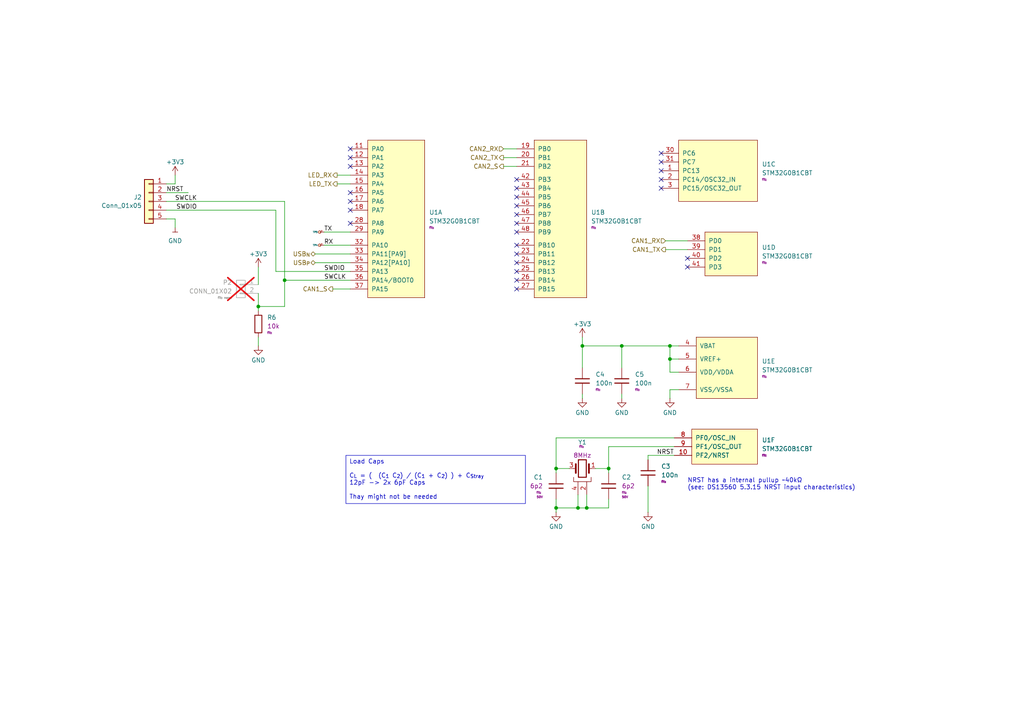
<source format=kicad_sch>
(kicad_sch (version 20250114) (generator "eeschema") (generator_version "9.0")
  (paper "A4")
  (title_block (title "MCU") (date "2023-06-16") (rev "R${release}") (company "${company}") (comment 1 "${release_state}") (comment 2 "${prefix}-S${type_number}-R${release}-V${sch_variant}-C${sch_ci}") (comment 3 "hardware/${prefix}-S${type_number}_${short_desciption}"))
  (lib_symbols
    (symbol "Cap_5Percent_E24_0603_C0G_50V_-40C-125C:6p2_0603_C0G_5%_50V_-40C..125C_Chip-Capacitor" (pin_numbers (hide yes)) (pin_names (offset 0.254))
      (property "Reference" "C" (at 0.635 2.54 0))
      (property "DisplayValue" "6p2" (at 0.635 -2.54 0))
      (property "Fit" "fit: " (at 7.62 -3.81 0))
      (property "CapRatedVoltage" "50V" (at 0 0 0))
      (symbol "6p2_0603_C0G_5%_50V_-40C..125C_Chip-Capacitor_0_1"
        (polyline (pts (xy -2.032 0.635) (xy 2.032 0.635)) (stroke (width 0.3048)))
        (polyline (pts (xy -2.032 -0.635) (xy 2.032 -0.635)) (stroke (width 0.3048)))
      )
      (symbol "6p2_0603_C0G_5%_50V_-40C..125C_Chip-Capacitor_1_1"
        (pin passive line (at 0 3.81 270) (length 3.2004) (name "~") (number "1"))
        (pin passive line (at 0 -3.81 90) (length 2.9972) (name "~") (number "2"))
      )
    )
    (symbol "Connector_Generic:Conn_01x05" (pin_names (offset 1.016) (hide yes))
      (property "Reference" "J" (at 0 7.62 0))
      (property "Value" "Conn_01x05" (at 0 -7.62 0))
      (symbol "Conn_01x05_1_1"
        (rectangle (start -1.27 6.35) (end 1.27 -6.35) (stroke (width 0.254)) (fill (type background)))
        (rectangle (start -1.27 5.207) (end 0 4.953) (stroke (width 0.1524)))
        (rectangle (start -1.27 2.667) (end 0 2.413) (stroke (width 0.1524)))
        (rectangle (start -1.27 0.127) (end 0 -0.127) (stroke (width 0.1524)))
        (rectangle (start -1.27 -2.413) (end 0 -2.667) (stroke (width 0.1524)))
        (rectangle (start -1.27 -4.953) (end 0 -5.207) (stroke (width 0.1524)))
        (pin passive line (at -5.08 5.08 0) (length 3.81) (name "Pin_1") (number "1"))
        (pin passive line (at -5.08 2.54 0) (length 3.81) (name "Pin_2") (number "2"))
        (pin passive line (at -5.08 0 0) (length 3.81) (name "Pin_3") (number "3"))
        (pin passive line (at -5.08 -2.54 0) (length 3.81) (name "Pin_4") (number "4"))
        (pin passive line (at -5.08 -5.08 0) (length 3.81) (name "Pin_5") (number "5"))
      )
    )
    (symbol "Res_1Percent_E24_0603_100mW_-40C-90C:10k_0603_100mW_1%_E24_Chip-Resistor" (pin_numbers (hide yes)) (pin_names (offset 0))
      (property "Reference" "R" (at 2.032 0 90))
      (property "DisplayValue" "10k" (at -0.0254 -0.0508 90))
      (property "Fit" "fit: " (at 7.62 -3.81 0))
      (symbol "10k_0603_100mW_1%_E24_Chip-Resistor_0_1"
        (rectangle (start -1.016 -2.54) (end 1.016 2.54) (stroke (width 0.254)))
      )
      (symbol "10k_0603_100mW_1%_E24_Chip-Resistor_1_1"
        (pin passive line (at 0 3.81 270) (length 1.27) (name "~") (number "1"))
        (pin passive line (at 0 -3.81 90) (length 1.27) (name "~") (number "2"))
      )
    )
    (symbol "ST:STM32G0B1CBT" (pin_names (offset 1.016))
      (property "Reference" "U" (at 3.81 10.16 0))
      (property "Value" "STM32G0B1CBT" (at 0 -25.4 0))
      (property "Fit" "fit: " (at 6.35 10.16 0))
      (symbol "STM32G0B1CBT_1_1"
        (rectangle (start -8.89 24.13) (end 7.62 -21.59) (fill (type background)))
        (pin bidirectional line (at -13.97 21.59 0) (length 5.08) (name "PA0") (number "11"))
        (pin bidirectional line (at -13.97 19.05 0) (length 5.08) (name "PA1") (number "12"))
        (pin bidirectional line (at -13.97 16.51 0) (length 5.08) (name "PA2") (number "13"))
        (pin bidirectional line (at -13.97 13.97 0) (length 5.08) (name "PA3") (number "14"))
        (pin bidirectional line (at -13.97 11.43 0) (length 5.08) (name "PA4") (number "15"))
        (pin bidirectional line (at -13.97 8.89 0) (length 5.08) (name "PA5") (number "16"))
        (pin bidirectional line (at -13.97 6.35 0) (length 5.08) (name "PA6") (number "17"))
        (pin bidirectional line (at -13.97 3.81 0) (length 5.08) (name "PA7") (number "18"))
        (pin bidirectional line (at -13.97 0 0) (length 5.08) (name "PA8") (number "28"))
        (pin bidirectional line (at -13.97 -2.54 0) (length 5.08) (name "PA9") (number "29"))
        (pin bidirectional line (at -13.97 -6.35 0) (length 5.08) (name "PA10") (number "32"))
        (pin bidirectional line (at -13.97 -8.89 0) (length 5.08) (name "PA11[PA9]") (number "33"))
        (pin bidirectional line (at -13.97 -11.43 0) (length 5.08) (name "PA12[PA10]") (number "34"))
        (pin bidirectional line (at -13.97 -13.97 0) (length 5.08) (name "PA13") (number "35"))
        (pin bidirectional line (at -13.97 -16.51 0) (length 5.08) (name "PA14/BOOT0") (number "36"))
        (pin bidirectional line (at -13.97 -19.05 0) (length 5.08) (name "PA15") (number "37"))
      )
      (symbol "STM32G0B1CBT_2_1"
        (rectangle (start -7.62 22.86) (end 7.62 -22.86) (fill (type background)))
        (pin bidirectional line (at -12.7 20.32 0) (length 5.08) (name "PB0") (number "19"))
        (pin bidirectional line (at -12.7 17.78 0) (length 5.08) (name "PB1") (number "20"))
        (pin bidirectional line (at -12.7 15.24 0) (length 5.08) (name "PB2") (number "21"))
        (pin bidirectional line (at -12.7 11.43 0) (length 5.08) (name "PB3") (number "42"))
        (pin bidirectional line (at -12.7 8.89 0) (length 5.08) (name "PB4") (number "43"))
        (pin bidirectional line (at -12.7 6.35 0) (length 5.08) (name "PB5") (number "44"))
        (pin bidirectional line (at -12.7 3.81 0) (length 5.08) (name "PB6") (number "45"))
        (pin bidirectional line (at -12.7 1.27 0) (length 5.08) (name "PB7") (number "46"))
        (pin bidirectional line (at -12.7 -1.27 0) (length 5.08) (name "PB8") (number "47"))
        (pin bidirectional line (at -12.7 -3.81 0) (length 5.08) (name "PB9") (number "48"))
        (pin bidirectional line (at -12.7 -7.62 0) (length 5.08) (name "PB10") (number "22"))
        (pin bidirectional line (at -12.7 -10.16 0) (length 5.08) (name "PB11") (number "23"))
        (pin bidirectional line (at -12.7 -12.7 0) (length 5.08) (name "PB12") (number "24"))
        (pin bidirectional line (at -12.7 -15.24 0) (length 5.08) (name "PB13") (number "25"))
        (pin bidirectional line (at -12.7 -17.78 0) (length 5.08) (name "PB14") (number "26"))
        (pin bidirectional line (at -12.7 -20.32 0) (length 5.08) (name "PB15") (number "27"))
      )
      (symbol "STM32G0B1CBT_3_1"
        (rectangle (start -11.43 8.89) (end 11.43 -8.89) (fill (type background)))
        (pin bidirectional line (at -16.51 5.08 0) (length 5.08) (name "PC6") (number "30"))
        (pin bidirectional line (at -16.51 2.54 0) (length 5.08) (name "PC7") (number "31"))
        (pin bidirectional line (at -16.51 0 0) (length 5.08) (name "PC13") (number "1"))
        (pin bidirectional line (at -16.51 -2.54 0) (length 5.08) (name "PC14/OSC32_IN") (number "2"))
        (pin bidirectional line (at -16.51 -5.08 0) (length 5.08) (name "PC15/OSC32_OUT") (number "3"))
      )
      (symbol "STM32G0B1CBT_4_1"
        (rectangle (start -7.62 6.35) (end 7.62 -6.35) (fill (type background)))
        (pin bidirectional line (at -12.7 3.81 0) (length 5.08) (name "PD0") (number "38"))
        (pin bidirectional line (at -12.7 1.27 0) (length 5.08) (name "PD1") (number "39"))
        (pin bidirectional line (at -12.7 -1.27 0) (length 5.08) (name "PD2") (number "40"))
        (pin bidirectional line (at -12.7 -3.81 0) (length 5.08) (name "PD3") (number "41"))
      )
      (symbol "STM32G0B1CBT_5_1"
        (rectangle (start -8.89 8.89) (end 8.89 -8.89) (fill (type background)))
        (pin power_in line (at -13.97 6.35 0) (length 5.08) (name "VBAT") (number "4"))
        (pin power_in line (at -13.97 2.54 0) (length 5.08) (name "VREF+") (number "5"))
        (pin power_in line (at -13.97 -1.27 0) (length 5.08) (name "VDD/VDDA") (number "6"))
        (pin power_in line (at -13.97 -6.35 0) (length 5.08) (name "VSS/VSSA") (number "7"))
      )
      (symbol "STM32G0B1CBT_6_1"
        (rectangle (start -10.16 5.08) (end 8.89 -5.08) (fill (type background)))
        (pin bidirectional line (at -15.24 2.54 0) (length 5.08) (name "PF0/OSC_IN") (number "8"))
        (pin bidirectional line (at -15.24 0 0) (length 5.08) (name "PF1/OSC_OUT") (number "9"))
        (pin bidirectional line (at -15.24 -2.54 0) (length 5.08) (name "PF2/NRST") (number "10"))
      )
    )
    (symbol "generic-connectors:CONN_01X02" (pin_names (offset 1.016) (hide yes))
      (property "Reference" "P" (at 0 5.08 0))
      (property "Value" "CONN_01X02" (at 2.54 0 90))
      (property "Fit" "fit: " (at 7.62 -3.81 0))
      (symbol "CONN_01X02_0_1"
        (rectangle (start -1.27 3.81) (end 1.27 -1.27))
        (rectangle (start -1.27 2.667) (end 0.254 2.413))
        (rectangle (start -1.27 0.127) (end 0.254 -0.127))
      )
      (symbol "CONN_01X02_1_1"
        (pin passive line (at -5.08 2.54 0) (length 3.81) (name "P1") (number "1"))
        (pin passive line (at -5.08 0 0) (length 3.81) (name "P2") (number "2"))
      )
    )
    (symbol "generic-connectors:TP1.0mm" (pin_names (offset 1.016))
      (property "Reference" "TP" (at 1.27 2.54 0))
      (symbol "TP1.0mm_0_1"
        (circle (center 1.27 0) (radius 0.381) (fill (type background)))
      )
      (symbol "TP1.0mm_1_1"
        (pin passive line (at 0 0 0) (length 1.27) (name "~") (number "1"))
      )
    )
    (symbol "multicomp:100n" (pin_numbers (hide yes)) (pin_names (offset 0.254))
      (property "Reference" "C" (at 0.635 2.54 0))
      (property "Value" "100n" (at 0.635 -2.54 0))
      (property "Fit" "fit: " (at 7.62 -3.81 0))
      (symbol "100n_0_1"
        (polyline (pts (xy -2.032 0.635) (xy 2.032 0.635)) (stroke (width 0.3048)))
        (polyline (pts (xy -2.032 -0.635) (xy 2.032 -0.635)) (stroke (width 0.3048)))
      )
      (symbol "100n_1_1"
        (pin passive line (at 0 3.81 270) (length 3.2004) (name "~") (number "1"))
        (pin passive line (at 0 -3.81 90) (length 2.9972) (name "~") (number "2"))
      )
    )
    (symbol "power:GND" (power) (pin_numbers (hide yes)) (pin_names (offset 0) (hide yes))
      (property "Value" "GND" (at 0 -3.81 0))
      (symbol "GND_0_1"
        (polyline (pts (xy 0 0) (xy 0 -1.27) (xy 1.27 -1.27) (xy 0 -2.54) (xy -1.27 -1.27) (xy 0 -1.27)))
      )
      (symbol "GND_1_1"
        (pin power_in line (at 0 0 270) (length 0) (name "~") (number "1"))
      )
    )
    (symbol "powerport:+3V3" (power) (pin_names (offset 0))
      (property "Value" "+3V3" (at 0 3.556 0))
      (symbol "+3V3_0_1"
        (polyline (pts (xy -0.762 1.27) (xy 0 2.54)))
        (polyline (pts (xy 0 2.54) (xy 0.762 1.27)))
        (polyline (pts (xy 0 0) (xy 0 2.54)))
      )
      (symbol "+3V3_1_1"
        (pin power_in line (at 0 0 90) (length 0) (hide yes) (name "+3V3") (number "1"))
      )
    )
    (symbol "powerport:GND" (power) (pin_names (offset 0))
      (property "Value" "GND" (at 0 -2.54 0))
      (symbol "GND_0_1"
        (polyline (pts (xy -0.762 -1.27) (xy 0.762 -1.27)))
        (polyline (pts (xy 0 0) (xy 0 -1.27)))
      )
      (symbol "GND_1_1"
        (pin power_in line (at 0 0 270) (length 0) (hide yes) (name "GND") (number "1"))
      )
    )
    (symbol "wuerth:830108313809" (pin_names (offset 1.016) (hide yes))
      (property "Reference" "Y" (at 1.27 3.81 0))
      (property "Fit" "fit: " (at 7.62 -3.81 0))
      (property "DisplayName" "8MHz" (at 0 0 0))
      (symbol "830108313809_0_1"
        (polyline (pts (xy -2.54 2.54) (xy -3.81 2.54) (xy -3.81 -2.54) (xy -2.54 -2.54)))
        (rectangle (start -2.54 -1.143) (end 2.54 1.143) (stroke (width 0.3048)))
        (polyline (pts (xy 0 2.54) (xy 0 1.905)))
        (polyline (pts (xy 0 -2.54) (xy 0 -1.905)))
        (polyline (pts (xy 1.27 1.905) (xy -1.27 1.905)) (stroke (width 0.508)))
        (polyline (pts (xy 1.27 -1.905) (xy -1.27 -1.905)) (stroke (width 0.508)))
      )
      (symbol "830108313809_1_1"
        (pin passive line (at -7.62 1.27 0) (length 3.81) (name "GND") (number "2"))
        (pin passive line (at -7.62 -1.27 0) (length 3.81) (name "GND") (number "4"))
        (pin passive line (at 0 3.81 270) (length 1.27) (name "C_{1}") (number "1"))
        (pin passive line (at 0 -3.81 90) (length 1.27) (name "C_{2}") (number "3"))
      )
    )
  )
  (text "NRST has a internal pullup ~40kΩ\n(see: DS13560 5.3.15 NRST input characteristics)" (at 199.39 142.24 0) (effects (font (size 1.27 1.27)) (justify left bottom)))
  (text_box "Load Caps\n\nC_{L} = (  (C_{1} C_{2}) / (C_{1} + C_{2}) ) + C_{Stray}\n12pF -> 2x 6pF Caps\n\nThay might not be needed" (at 100.33 132.08 0) (size 52.07 13.97) (margins 0.9525 0.9525 0.9525 0.9525) (effects (font (size 1.27 1.27)) (justify left top)))
  (junction (at 168.91 100.33))
  (junction (at 176.53 135.89))
  (junction (at 161.29 135.89))
  (junction (at 170.18 147.32))
  (junction (at 161.29 147.32))
  (junction (at 74.93 88.9))
  (junction (at 194.31 100.33))
  (junction (at 167.64 147.32))
  (junction (at 180.34 100.33))
  (junction (at 82.55 81.28))
  (junction (at 194.31 104.14))
  (no_connect (at 149.86 78.74))
  (no_connect (at 149.86 67.31))
  (no_connect (at 149.86 62.23))
  (no_connect (at 199.39 77.47))
  (no_connect (at 149.86 54.61))
  (no_connect (at 191.77 44.45))
  (no_connect (at 191.77 49.53))
  (no_connect (at 149.86 73.66))
  (no_connect (at 101.6 55.88))
  (no_connect (at 101.6 64.77))
  (no_connect (at 149.86 83.82))
  (no_connect (at 101.6 58.42))
  (no_connect (at 149.86 76.2))
  (no_connect (at 149.86 81.28))
  (no_connect (at 101.6 60.96))
  (no_connect (at 149.86 64.77))
  (no_connect (at 149.86 57.15))
  (no_connect (at 101.6 43.18))
  (no_connect (at 149.86 59.69))
  (no_connect (at 149.86 52.07))
  (no_connect (at 199.39 74.93))
  (no_connect (at 101.6 48.26))
  (no_connect (at 191.77 54.61))
  (no_connect (at 191.77 46.99))
  (no_connect (at 191.77 52.07))
  (no_connect (at 101.6 45.72))
  (no_connect (at 149.86 71.12))
  (wire (pts (xy 50.8 63.5) (xy 50.8 66.04)))
  (wire (pts (xy 168.91 100.33) (xy 168.91 106.68)))
  (wire (pts (xy 91.44 73.66) (xy 101.6 73.66)))
  (wire (pts (xy 194.31 107.95) (xy 194.31 104.14)))
  (wire (pts (xy 93.98 71.12) (xy 101.6 71.12)))
  (wire (pts (xy 168.91 97.79) (xy 168.91 100.33)))
  (wire (pts (xy 48.26 55.88) (xy 54.61 55.88)))
  (wire (pts (xy 96.52 83.82) (xy 101.6 83.82)))
  (wire (pts (xy 180.34 100.33) (xy 180.34 106.68)))
  (wire (pts (xy 82.55 58.42) (xy 82.55 81.28)))
  (wire (pts (xy 161.29 135.89) (xy 161.29 127)))
  (wire (pts (xy 80.01 78.74) (xy 101.6 78.74)))
  (wire (pts (xy 97.79 53.34) (xy 101.6 53.34)))
  (wire (pts (xy 168.91 100.33) (xy 180.34 100.33)))
  (wire (pts (xy 48.26 63.5) (xy 50.8 63.5)))
  (wire (pts (xy 170.18 143.51) (xy 170.18 147.32)))
  (wire (pts (xy 176.53 135.89) (xy 176.53 137.16)))
  (wire (pts (xy 50.8 53.34) (xy 50.8 50.8)))
  (wire (pts (xy 168.91 114.3) (xy 168.91 115.57)))
  (wire (pts (xy 165.1 135.89) (xy 161.29 135.89)))
  (wire (pts (xy 93.98 67.31) (xy 101.6 67.31)))
  (wire (pts (xy 80.01 78.74) (xy 80.01 60.96)))
  (wire (pts (xy 167.64 143.51) (xy 167.64 147.32)))
  (wire (pts (xy 146.05 43.18) (xy 149.86 43.18)))
  (wire (pts (xy 48.26 58.42) (xy 82.55 58.42)))
  (wire (pts (xy 180.34 100.33) (xy 194.31 100.33)))
  (wire (pts (xy 194.31 115.57) (xy 194.31 113.03)))
  (wire (pts (xy 187.96 148.59) (xy 187.96 140.97)))
  (wire (pts (xy 82.55 88.9) (xy 82.55 81.28)))
  (wire (pts (xy 176.53 129.54) (xy 176.53 135.89)))
  (wire (pts (xy 167.64 147.32) (xy 170.18 147.32)))
  (wire (pts (xy 194.31 113.03) (xy 196.85 113.03)))
  (wire (pts (xy 161.29 144.78) (xy 161.29 147.32)))
  (wire (pts (xy 180.34 114.3) (xy 180.34 115.57)))
  (wire (pts (xy 74.93 97.79) (xy 74.93 100.33)))
  (wire (pts (xy 74.93 77.47) (xy 74.93 82.55)))
  (wire (pts (xy 82.55 81.28) (xy 101.6 81.28)))
  (wire (pts (xy 176.53 129.54) (xy 195.58 129.54)))
  (wire (pts (xy 196.85 107.95) (xy 194.31 107.95)))
  (wire (pts (xy 193.04 69.85) (xy 199.39 69.85)))
  (wire (pts (xy 193.04 72.39) (xy 199.39 72.39)))
  (wire (pts (xy 74.93 88.9) (xy 74.93 90.17)))
  (wire (pts (xy 146.05 45.72) (xy 149.86 45.72)))
  (wire (pts (xy 194.31 104.14) (xy 194.31 100.33)))
  (wire (pts (xy 161.29 147.32) (xy 167.64 147.32)))
  (wire (pts (xy 91.44 76.2) (xy 101.6 76.2)))
  (wire (pts (xy 74.93 85.09) (xy 74.93 88.9)))
  (wire (pts (xy 161.29 147.32) (xy 161.29 148.59)))
  (wire (pts (xy 194.31 104.14) (xy 196.85 104.14)))
  (wire (pts (xy 172.72 135.89) (xy 176.53 135.89)))
  (wire (pts (xy 176.53 147.32) (xy 176.53 144.78)))
  (wire (pts (xy 187.96 132.08) (xy 195.58 132.08)))
  (wire (pts (xy 161.29 127) (xy 195.58 127)))
  (wire (pts (xy 187.96 132.08) (xy 187.96 133.35)))
  (wire (pts (xy 48.26 53.34) (xy 50.8 53.34)))
  (wire (pts (xy 48.26 60.96) (xy 80.01 60.96)))
  (wire (pts (xy 170.18 147.32) (xy 176.53 147.32)))
  (wire (pts (xy 161.29 135.89) (xy 161.29 137.16)))
  (wire (pts (xy 74.93 88.9) (xy 82.55 88.9)))
  (wire (pts (xy 97.79 50.8) (xy 101.6 50.8)))
  (wire (pts (xy 194.31 100.33) (xy 196.85 100.33)))
  (wire (pts (xy 146.05 48.26) (xy 149.86 48.26)))
  (label "SWCLK" (at 57.15 58.42 180))
  (label "SWCLK" (at 93.98 81.28 0))
  (label "TX" (at 93.98 67.31 0))
  (label "SWDIO" (at 57.15 60.96 180))
  (label "NRST" (at 48.26 55.88 0))
  (label "SWDIO" (at 93.98 78.74 0))
  (label "NRST" (at 190.5 132.08 0))
  (label "RX" (at 93.98 71.12 0))
  (hierarchical_label "LED_TX" (shape output) (at 97.79 53.34 180))
  (hierarchical_label "USB_{P}" (shape bidirectional) (at 91.44 76.2 180))
  (hierarchical_label "CAN2_TX" (shape output) (at 146.05 45.72 180))
  (hierarchical_label "CAN1_TX" (shape output) (at 193.04 72.39 180))
  (hierarchical_label "CAN2_S" (shape output) (at 146.05 48.26 180))
  (hierarchical_label "LED_RX" (shape output) (at 97.79 50.8 180))
  (hierarchical_label "CAN1_RX" (shape input) (at 193.04 69.85 180))
  (hierarchical_label "USB_{N}" (shape bidirectional) (at 91.44 73.66 180))
  (hierarchical_label "CAN2_RX" (shape input) (at 146.05 43.18 180))
  (hierarchical_label "CAN1_S" (shape output) (at 96.52 83.82 180))
  (symbol (lib_id "ST:STM32G0B1CBT") (at 208.28 49.53 0) (unit 3)
    (property "Reference" "U1" (at 220.98 47.625 0) (effects (justify left)))
    (property "Value" "STM32G0B1CBT" (at 220.98 50.165 0) (effects (justify left)))
    (property "Footprint" "Package_QFP:LQFP-48_7x7mm_P0.5mm" (effects (hide yes)))
    (property "Datasheet" "$PTX_DATASHEETS/datasheets/Microcontroller/STW_stm32g0b1re.pdf" (effects (hide yes)))
    (property "Datasheet2" "$PTX_DATASHEETS/datasheets/Microcontroller/STW_stm32g0b1re_reference_maual.pdf" (effects (hide yes)))
    (property "Manufacturer" "ST" (effects (hide yes)))
    (property "MPN" "STM32G0B1CBT" (effects (hide yes)))
    (property "Fit" "fit: " (at 220.98 52.07 0) (effects (font (size 0.635 0.635)) (justify left)))
    (property "State" "reviewed" (effects (hide yes)))
    (property "Package" "LQFP48" (effects (hide yes)))
  )
  (symbol (lib_id "power:GND") (at 161.29 148.59 0) (unit 1)
    (property "Reference" "#PWR038" (effects (hide yes)))
    (property "Value" "GND" (at 161.29 152.7231 0))
    (property "Description" "Power symbol creates a global label with name \"GND\" , ground" (effects (hide yes)))
  )
  (symbol (lib_id "Cap_5Percent_E24_0603_C0G_50V_-40C-125C:6p2_0603_C0G_5%_50V_-40C..125C_Chip-Capacitor") (at 176.53 140.97 180) (unit 1)
    (property "Reference" "C2" (at 180.34 138.4173 0) (effects (justify right)))
    (property "Value" "6p2_0603_C0G_5%_50V_-40C..125C_Chip-Capacitor" (effects (hide yes)))
    (property "Footprint" "Capacitor_SMD:C_0603_1608Metric" (effects (hide yes)))
    (property "MPN" "any" (effects (hide yes)))
    (property "Manufacturer" "any" (effects (hide yes)))
    (property "DisplayValue" "6p2" (at 180.34 140.9573 0) (effects (justify right)))
    (property "Fit" "fit: " (at 180.34 142.8623 0) (effects (font (size 0.635 0.635)) (justify right)))
    (property "State" "legacy" (effects (hide yes)))
    (property "CapRatedVoltage" "50V" (at 180.34 144.1323 0) (effects (font (size 0.635 0.635)) (justify right)))
    (property "Package" "0603" (effects (hide yes)))
  )
  (symbol (lib_id "generic-connectors:TP1.0mm") (at 93.98 67.31 180) (unit 1)
    (property "Reference" "TP5" (at 91.44 67.31 0) (effects (font (size 0.508 0.508))))
    (property "Value" "TP1.0mm" (effects (hide yes)))
    (property "Footprint" "TestPoint:TestPoint_Loop_D1.80mm_Drill1.0mm_Beaded" (effects (hide yes)))
    (property "Manufacturer" "any" (effects (hide yes)))
    (property "MPN" "any" (effects (hide yes)))
    (property "State" "reviewed" (effects (hide yes)))
    (property "Fit" "fit: " (effects (hide yes)))
    (property "Package" "SMT TP" (effects (hide yes)))
  )
  (symbol (lib_id "ST:STM32G0B1CBT") (at 212.09 73.66 0) (unit 4)
    (property "Reference" "U1" (at 220.98 71.755 0) (effects (justify left)))
    (property "Value" "STM32G0B1CBT" (at 220.98 74.295 0) (effects (justify left)))
    (property "Footprint" "Package_QFP:LQFP-48_7x7mm_P0.5mm" (effects (hide yes)))
    (property "Datasheet" "$PTX_DATASHEETS/datasheets/Microcontroller/STW_stm32g0b1re.pdf" (effects (hide yes)))
    (property "Datasheet2" "$PTX_DATASHEETS/datasheets/Microcontroller/STW_stm32g0b1re_reference_maual.pdf" (effects (hide yes)))
    (property "Manufacturer" "ST" (effects (hide yes)))
    (property "MPN" "STM32G0B1CBT" (effects (hide yes)))
    (property "Fit" "fit: " (at 220.98 76.2 0) (effects (font (size 0.635 0.635)) (justify left)))
    (property "State" "reviewed" (effects (hide yes)))
    (property "Package" "LQFP48" (effects (hide yes)))
  )
  (symbol (lib_id "powerport:GND") (at 50.8 66.04 0) (unit 1)
    (property "Reference" "#PWR029" (effects (hide yes)))
    (property "Value" "GND" (at 50.8 69.85 0))
  )
  (symbol (lib_id "generic-connectors:CONN_01X02") (at 69.85 85.09 0) (mirror y) (unit 1) (dnp yes)
    (property "Reference" "P2" (at 67.31 81.915 0) (effects (justify left)))
    (property "Value" "CONN_01X02" (at 67.31 84.455 0) (effects (justify left)))
    (property "Footprint" "Connector_PinHeader_2.54mm:PinHeader_1x02_P2.54mm_Vertical" (effects (hide yes)))
    (property "Manufacturer" "generic" (effects (hide yes)))
    (property "MPN" "generic" (effects (hide yes)))
    (property "Fit" "fit: none" (at 67.31 86.36 0) (effects (font (size 0.635 0.635)) (justify left)))
    (property "State" "legacy" (effects (hide yes)))
    (property "Package" "THT 2.54mm 1x2-pin" (effects (hide yes)))
  )
  (symbol (lib_id "power:GND") (at 180.34 115.57 0) (unit 1)
    (property "Reference" "#PWR035" (effects (hide yes)))
    (property "Value" "GND" (at 180.34 119.7031 0))
    (property "Description" "Power symbol creates a global label with name \"GND\" , ground" (effects (hide yes)))
  )
  (symbol (lib_id "powerport:+3V3") (at 168.91 97.79 0) (unit 1)
    (property "Reference" "#PWR021" (effects (hide yes)))
    (property "Value" "+3V3" (at 168.91 93.98 0))
  )
  (symbol (lib_id "powerport:+3V3") (at 50.8 50.8 0) (unit 1)
    (property "Reference" "#PWR016" (effects (hide yes)))
    (property "Value" "+3V3" (at 50.8 46.99 0))
  )
  (symbol (lib_id "power:GND") (at 74.93 100.33 0) (unit 1)
    (property "Reference" "#PWR033" (effects (hide yes)))
    (property "Value" "GND" (at 74.93 104.4631 0))
    (property "Description" "Power symbol creates a global label with name \"GND\" , ground" (effects (hide yes)))
  )
  (symbol (lib_id "ST:STM32G0B1CBT") (at 210.82 129.54 0) (unit 6)
    (property "Reference" "U1" (at 220.98 127.635 0) (effects (justify left)))
    (property "Value" "STM32G0B1CBT" (at 220.98 130.175 0) (effects (justify left)))
    (property "Footprint" "Package_QFP:LQFP-48_7x7mm_P0.5mm" (effects (hide yes)))
    (property "Datasheet" "$PTX_DATASHEETS/datasheets/Microcontroller/STW_stm32g0b1re.pdf" (effects (hide yes)))
    (property "Datasheet2" "$PTX_DATASHEETS/datasheets/Microcontroller/STW_stm32g0b1re_reference_maual.pdf" (effects (hide yes)))
    (property "Manufacturer" "ST" (effects (hide yes)))
    (property "MPN" "STM32G0B1CBT" (effects (hide yes)))
    (property "Fit" "fit: " (at 220.98 132.08 0) (effects (font (size 0.635 0.635)) (justify left)))
    (property "State" "reviewed" (effects (hide yes)))
    (property "Package" "LQFP48" (effects (hide yes)))
  )
  (symbol (lib_id "multicomp:100n") (at 168.91 110.49 0) (unit 1)
    (property "Reference" "C4" (at 172.72 108.5977 0) (effects (justify left)))
    (property "Value" "100n" (at 172.72 111.1377 0) (effects (justify left)))
    (property "Footprint" "Capacitor_SMD:C_0603_1608Metric" (effects (hide yes)))
    (property "Datasheet" "http://www.farnell.com/datasheets/1901289.pdf" (effects (hide yes)))
    (property "MPN" "MC0603B104K500CT" (effects (hide yes)))
    (property "Manufacturer" "Multicomp" (effects (hide yes)))
    (property "Fit" "fit: " (at 172.72 113.0427 0) (effects (font (size 0.635 0.635)) (justify left)))
    (property "State" "legacy" (effects (hide yes)))
    (property "Package" "0603" (effects (hide yes)))
  )
  (symbol (lib_id "multicomp:100n") (at 180.34 110.49 0) (unit 1)
    (property "Reference" "C5" (at 184.15 108.5977 0) (effects (justify left)))
    (property "Value" "100n" (at 184.15 111.1377 0) (effects (justify left)))
    (property "Footprint" "Capacitor_SMD:C_0603_1608Metric" (effects (hide yes)))
    (property "Datasheet" "http://www.farnell.com/datasheets/1901289.pdf" (effects (hide yes)))
    (property "MPN" "MC0603B104K500CT" (effects (hide yes)))
    (property "Manufacturer" "Multicomp" (effects (hide yes)))
    (property "Fit" "fit: " (at 184.15 113.0427 0) (effects (font (size 0.635 0.635)) (justify left)))
    (property "State" "legacy" (effects (hide yes)))
    (property "Package" "0603" (effects (hide yes)))
  )
  (symbol (lib_id "Res_1Percent_E24_0603_100mW_-40C-90C:10k_0603_100mW_1%_E24_Chip-Resistor") (at 74.93 93.98 0) (unit 1)
    (property "Reference" "R6" (at 77.47 92.075 0) (effects (justify left)))
    (property "Value" "10k_0603_100mW_1%_E24_Chip-Resistor" (effects (hide yes)))
    (property "Footprint" "Resistor_SMD:R_0603_1608Metric" (effects (hide yes)))
    (property "MPN" "any" (effects (hide yes)))
    (property "Manufacturer" "any" (effects (hide yes)))
    (property "DisplayValue" "10k" (at 77.47 94.615 0) (effects (justify left)))
    (property "Fit" "fit: " (at 77.47 96.52 0) (effects (font (size 0.635 0.635)) (justify left)))
    (property "State" "legacy" (effects (hide yes)))
    (property "Package" "0603" (effects (hide yes)))
  )
  (symbol (lib_id "Connector_Generic:Conn_01x05") (at 43.18 58.42 0) (mirror y) (unit 1)
    (property "Reference" "J2" (at 41.148 57.2078 0) (effects (justify left)))
    (property "Value" "Conn_01x05" (at 41.148 59.6321 0) (effects (justify left)))
    (property "Footprint" "Connector_PinHeader_2.54mm:PinHeader_1x05_P2.54mm_Vertical" (effects (hide yes)))
    (property "Description" "Generic connector, single row, 01x05, script generated (kicad-library-utils/schlib/autogen/connector/)" (effects (hide yes)))
  )
  (symbol (lib_id "powerport:+3V3") (at 74.93 77.47 0) (unit 1)
    (property "Reference" "#PWR017" (effects (hide yes)))
    (property "Value" "+3V3" (at 74.93 73.66 0))
  )
  (symbol (lib_id "generic-connectors:TP1.0mm") (at 93.98 71.12 180) (unit 1)
    (property "Reference" "TP4" (at 91.44 71.12 0) (effects (font (size 0.508 0.508))))
    (property "Value" "TP1.0mm" (effects (hide yes)))
    (property "Footprint" "TestPoint:TestPoint_Loop_D1.80mm_Drill1.0mm_Beaded" (effects (hide yes)))
    (property "Manufacturer" "any" (effects (hide yes)))
    (property "MPN" "any" (effects (hide yes)))
    (property "State" "reviewed" (effects (hide yes)))
    (property "Fit" "fit: " (effects (hide yes)))
    (property "Package" "SMT TP" (effects (hide yes)))
  )
  (symbol (lib_id "ST:STM32G0B1CBT") (at 210.82 106.68 0) (unit 5)
    (property "Reference" "U1" (at 220.98 104.775 0) (effects (justify left)))
    (property "Value" "STM32G0B1CBT" (at 220.98 107.315 0) (effects (justify left)))
    (property "Footprint" "Package_QFP:LQFP-48_7x7mm_P0.5mm" (effects (hide yes)))
    (property "Datasheet" "$PTX_DATASHEETS/datasheets/Microcontroller/STW_stm32g0b1re.pdf" (effects (hide yes)))
    (property "Datasheet2" "$PTX_DATASHEETS/datasheets/Microcontroller/STW_stm32g0b1re_reference_maual.pdf" (effects (hide yes)))
    (property "Manufacturer" "ST" (effects (hide yes)))
    (property "MPN" "STM32G0B1CBT" (effects (hide yes)))
    (property "Fit" "fit: " (at 220.98 109.22 0) (effects (font (size 0.635 0.635)) (justify left)))
    (property "State" "reviewed" (effects (hide yes)))
    (property "Package" "LQFP48" (effects (hide yes)))
  )
  (symbol (lib_id "wuerth:830108313809") (at 168.91 135.89 270) (mirror x) (unit 1)
    (property "Reference" "Y1" (at 168.91 128.27 90))
    (property "Value" "830108313809" (effects (hide yes)))
    (property "Footprint" "Crystal:Crystal_SMD_3225-4Pin_3.2x2.5mm" (effects (hide yes)))
    (property "Datasheet" "$PTX_DATASHEETS/datasheets/Crystal/WE_830108313809_8MHz.pdf" (effects (hide yes)))
    (property "Manufacturer" "Würth Elektronik" (effects (hide yes)))
    (property "MPN" "830108313809" (effects (hide yes)))
    (property "Fit" "fit: " (at 168.91 129.54 90) (effects (font (size 0.635 0.635))))
    (property "State" "reviewed" (effects (hide yes)))
    (property "Package" "SMD 4Pin Crystal 3.2mm" (effects (hide yes)))
    (property "DisplayName" "8MHz" (at 168.91 132.08 90))
  )
  (symbol (lib_id "ST:STM32G0B1CBT") (at 162.56 63.5 0) (unit 2)
    (property "Reference" "U1" (at 171.45 61.595 0) (effects (justify left)))
    (property "Value" "STM32G0B1CBT" (at 171.45 64.135 0) (effects (justify left)))
    (property "Footprint" "Package_QFP:LQFP-48_7x7mm_P0.5mm" (effects (hide yes)))
    (property "Datasheet" "$PTX_DATASHEETS/datasheets/Microcontroller/STW_stm32g0b1re.pdf" (effects (hide yes)))
    (property "Datasheet2" "$PTX_DATASHEETS/datasheets/Microcontroller/STW_stm32g0b1re_reference_maual.pdf" (effects (hide yes)))
    (property "Manufacturer" "ST" (effects (hide yes)))
    (property "MPN" "STM32G0B1CBT" (effects (hide yes)))
    (property "Fit" "fit: " (at 171.45 66.04 0) (effects (font (size 0.635 0.635)) (justify left)))
    (property "State" "reviewed" (effects (hide yes)))
    (property "Package" "LQFP48" (effects (hide yes)))
  )
  (symbol (lib_id "multicomp:100n") (at 187.96 137.16 0) (unit 1)
    (property "Reference" "C3" (at 191.77 135.2677 0) (effects (justify left)))
    (property "Value" "100n" (at 191.77 137.8077 0) (effects (justify left)))
    (property "Footprint" "Capacitor_SMD:C_0603_1608Metric" (effects (hide yes)))
    (property "Datasheet" "http://www.farnell.com/datasheets/1901289.pdf" (effects (hide yes)))
    (property "MPN" "MC0603B104K500CT" (effects (hide yes)))
    (property "Manufacturer" "Multicomp" (effects (hide yes)))
    (property "Fit" "fit: " (at 191.77 139.7127 0) (effects (font (size 0.635 0.635)) (justify left)))
    (property "State" "legacy" (effects (hide yes)))
    (property "Package" "0603" (effects (hide yes)))
  )
  (symbol (lib_id "power:GND") (at 187.96 148.59 0) (unit 1)
    (property "Reference" "#PWR037" (effects (hide yes)))
    (property "Value" "GND" (at 187.96 152.7231 0))
    (property "Description" "Power symbol creates a global label with name \"GND\" , ground" (effects (hide yes)))
  )
  (symbol (lib_id "power:GND") (at 194.31 115.57 0) (unit 1)
    (property "Reference" "#PWR036" (effects (hide yes)))
    (property "Value" "GND" (at 194.31 119.7031 0))
    (property "Description" "Power symbol creates a global label with name \"GND\" , ground" (effects (hide yes)))
  )
  (symbol (lib_id "Cap_5Percent_E24_0603_C0G_50V_-40C-125C:6p2_0603_C0G_5%_50V_-40C..125C_Chip-Capacitor") (at 161.29 140.97 180) (unit 1)
    (property "Reference" "C1" (at 157.48 138.4173 0) (effects (justify left)))
    (property "Value" "6p2_0603_C0G_5%_50V_-40C..125C_Chip-Capacitor" (effects (hide yes)))
    (property "Footprint" "Capacitor_SMD:C_0603_1608Metric" (effects (hide yes)))
    (property "MPN" "any" (effects (hide yes)))
    (property "Manufacturer" "any" (effects (hide yes)))
    (property "DisplayValue" "6p2" (at 157.48 140.9573 0) (effects (justify left)))
    (property "Fit" "fit: " (at 157.48 142.8623 0) (effects (font (size 0.635 0.635)) (justify left)))
    (property "State" "legacy" (effects (hide yes)))
    (property "CapRatedVoltage" "50V" (at 157.48 144.1323 0) (effects (font (size 0.635 0.635)) (justify left)))
    (property "Package" "0603" (effects (hide yes)))
  )
  (symbol (lib_id "power:GND") (at 168.91 115.57 0) (unit 1)
    (property "Reference" "#PWR034" (effects (hide yes)))
    (property "Value" "GND" (at 168.91 119.7031 0))
    (property "Description" "Power symbol creates a global label with name \"GND\" , ground" (effects (hide yes)))
  )
  (symbol (lib_id "ST:STM32G0B1CBT") (at 115.57 64.77 0) (unit 1)
    (property "Reference" "U1" (at 124.46 61.595 0) (effects (justify left)))
    (property "Value" "STM32G0B1CBT" (at 124.46 64.135 0) (effects (justify left)))
    (property "Footprint" "Package_QFP:LQFP-48_7x7mm_P0.5mm" (effects (hide yes)))
    (property "Datasheet" "$PTX_DATASHEETS/datasheets/Microcontroller/STW_stm32g0b1re.pdf" (effects (hide yes)))
    (property "Datasheet2" "$PTX_DATASHEETS/datasheets/Microcontroller/STW_stm32g0b1re_reference_maual.pdf" (effects (hide yes)))
    (property "Manufacturer" "ST" (effects (hide yes)))
    (property "MPN" "STM32G0B1CBT" (effects (hide yes)))
    (property "Fit" "fit: " (at 124.46 66.04 0) (effects (font (size 0.635 0.635)) (justify left)))
    (property "State" "reviewed" (effects (hide yes)))
    (property "Package" "LQFP48" (effects (hide yes)))
  )
)
</source>
